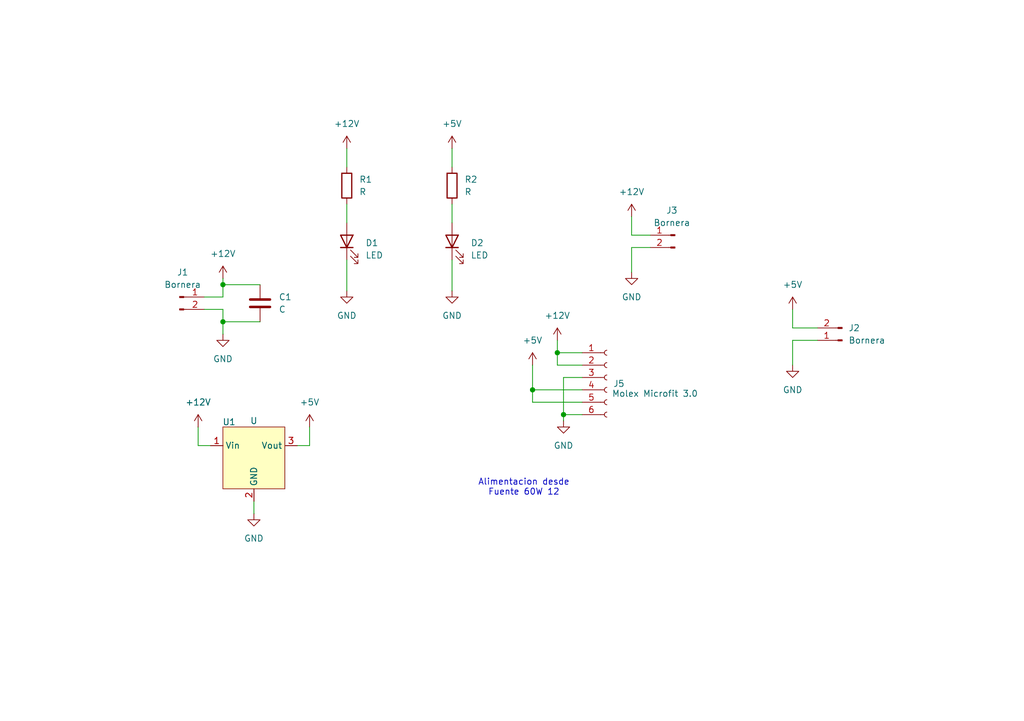
<source format=kicad_sch>
(kicad_sch (version 20250114) (generator "eeschema") (generator_version "9.0")
  (paper "A5")
  (lib_symbols
    (symbol "Connector:Conn_01x02_Pin" (pin_names (offset 1.016) (hide yes))
      (property "Reference" "J" (at 0 2.54 0))
      (property "Value" "Conn_01x02_Pin" (at 0 -5.08 0))
      (symbol "Conn_01x02_Pin_1_1"
        (rectangle (start 0.8636 0.127) (end 0 -0.127) (stroke (width 0.1524)) (fill (type outline)))
        (rectangle (start 0.8636 -2.413) (end 0 -2.667) (stroke (width 0.1524)) (fill (type outline)))
        (polyline (pts (xy 1.27 0) (xy 0.8636 0)) (stroke (width 0.1524)))
        (polyline (pts (xy 1.27 -2.54) (xy 0.8636 -2.54)) (stroke (width 0.1524)))
        (pin passive line (at 5.08 0 180) (length 3.81) (name "Pin_1") (number "1"))
        (pin passive line (at 5.08 -2.54 180) (length 3.81) (name "Pin_2") (number "2"))
      )
    )
    (symbol "Connector:Conn_01x06_Socket" (pin_names (offset 1.016) (hide yes))
      (property "Reference" "J" (at 0 7.62 0))
      (property "Value" "Conn_01x06_Socket" (at 0 -10.16 0))
      (symbol "Conn_01x06_Socket_1_1"
        (polyline (pts (xy -1.27 5.08) (xy -0.508 5.08)) (stroke (width 0.1524)))
        (polyline (pts (xy -1.27 2.54) (xy -0.508 2.54)) (stroke (width 0.1524)))
        (polyline (pts (xy -1.27 0) (xy -0.508 0)) (stroke (width 0.1524)))
        (polyline (pts (xy -1.27 -2.54) (xy -0.508 -2.54)) (stroke (width 0.1524)))
        (polyline (pts (xy -1.27 -5.08) (xy -0.508 -5.08)) (stroke (width 0.1524)))
        (polyline (pts (xy -1.27 -7.62) (xy -0.508 -7.62)) (stroke (width 0.1524)))
        (arc (start 0 4.572) (mid -0.5058 5.08) (end 0 5.588) (stroke (width 0.1524)))
        (arc (start 0 2.032) (mid -0.5058 2.54) (end 0 3.048) (stroke (width 0.1524)))
        (arc (start 0 -0.508) (mid -0.5058 0) (end 0 0.508) (stroke (width 0.1524)))
        (arc (start 0 -3.048) (mid -0.5058 -2.54) (end 0 -2.032) (stroke (width 0.1524)))
        (arc (start 0 -5.588) (mid -0.5058 -5.08) (end 0 -4.572) (stroke (width 0.1524)))
        (arc (start 0 -8.128) (mid -0.5058 -7.62) (end 0 -7.112) (stroke (width 0.1524)))
        (pin passive line (at -5.08 5.08 0) (length 3.81) (name "Pin_1") (number "1"))
        (pin passive line (at -5.08 2.54 0) (length 3.81) (name "Pin_2") (number "2"))
        (pin passive line (at -5.08 0 0) (length 3.81) (name "Pin_3") (number "3"))
        (pin passive line (at -5.08 -2.54 0) (length 3.81) (name "Pin_4") (number "4"))
        (pin passive line (at -5.08 -5.08 0) (length 3.81) (name "Pin_5") (number "5"))
        (pin passive line (at -5.08 -7.62 0) (length 3.81) (name "Pin_6") (number "6"))
      )
    )
    (symbol "Device:C" (pin_numbers (hide yes)) (pin_names (offset 0.254))
      (property "Reference" "C" (at 0.635 2.54 0))
      (property "Value" "C" (at 0.635 -2.54 0))
      (symbol "C_0_1"
        (polyline (pts (xy -2.032 0.762) (xy 2.032 0.762)) (stroke (width 0.508)))
        (polyline (pts (xy -2.032 -0.762) (xy 2.032 -0.762)) (stroke (width 0.508)))
      )
      (symbol "C_1_1"
        (pin passive line (at 0 3.81 270) (length 2.794) (name "~") (number "1"))
        (pin passive line (at 0 -3.81 90) (length 2.794) (name "~") (number "2"))
      )
    )
    (symbol "Device:LED" (pin_numbers (hide yes)) (pin_names (offset 1.016) (hide yes))
      (property "Reference" "D" (at 0 2.54 0))
      (property "Value" "LED" (at 0 -2.54 0))
      (symbol "LED_0_1"
        (polyline (pts (xy -3.048 -0.762) (xy -4.572 -2.286) (xy -3.81 -2.286) (xy -4.572 -2.286) (xy -4.572 -1.524)))
        (polyline (pts (xy -1.778 -0.762) (xy -3.302 -2.286) (xy -2.54 -2.286) (xy -3.302 -2.286) (xy -3.302 -1.524)))
        (polyline (pts (xy -1.27 0) (xy 1.27 0)))
        (polyline (pts (xy -1.27 -1.27) (xy -1.27 1.27)) (stroke (width 0.254)))
        (polyline (pts (xy 1.27 -1.27) (xy 1.27 1.27) (xy -1.27 0) (xy 1.27 -1.27)) (stroke (width 0.254)))
      )
      (symbol "LED_1_1"
        (pin passive line (at -3.81 0 0) (length 2.54) (name "K") (number "1"))
        (pin passive line (at 3.81 0 180) (length 2.54) (name "A") (number "2"))
      )
    )
    (symbol "Device:R" (pin_numbers (hide yes)) (pin_names (offset 0))
      (property "Reference" "R" (at 2.032 0 90))
      (property "Value" "R" (at 0 0 90))
      (symbol "R_0_1"
        (rectangle (start -1.016 -2.54) (end 1.016 2.54) (stroke (width 0.254)))
      )
      (symbol "R_1_1"
        (pin passive line (at 0 3.81 270) (length 1.27) (name "~") (number "1"))
        (pin passive line (at 0 -3.81 90) (length 1.27) (name "~") (number "2"))
      )
    )
    (symbol "power:+12V" (power) (pin_numbers (hide yes)) (pin_names (offset 0) (hide yes))
      (property "Value" "+12V" (at 0 3.556 0))
      (symbol "+12V_0_1"
        (polyline (pts (xy -0.762 1.27) (xy 0 2.54)))
        (polyline (pts (xy 0 2.54) (xy 0.762 1.27)))
        (polyline (pts (xy 0 0) (xy 0 2.54)))
      )
      (symbol "+12V_1_1"
        (pin power_in line (at 0 0 90) (length 0) (name "~") (number "1"))
      )
    )
    (symbol "power:+5V" (power) (pin_numbers (hide yes)) (pin_names (offset 0) (hide yes))
      (property "Value" "+5V" (at 0 3.556 0))
      (symbol "+5V_0_1"
        (polyline (pts (xy -0.762 1.27) (xy 0 2.54)))
        (polyline (pts (xy 0 2.54) (xy 0.762 1.27)))
        (polyline (pts (xy 0 0) (xy 0 2.54)))
      )
      (symbol "+5V_1_1"
        (pin power_in line (at 0 0 90) (length 0) (name "~") (number "1"))
      )
    )
    (symbol "power:GND" (power) (pin_numbers (hide yes)) (pin_names (offset 0) (hide yes))
      (property "Value" "GND" (at 0 -3.81 0))
      (symbol "GND_0_1"
        (polyline (pts (xy 0 0) (xy 0 -1.27) (xy 1.27 -1.27) (xy 0 -2.54) (xy -1.27 -1.27) (xy 0 -1.27)))
      )
      (symbol "GND_1_1"
        (pin power_in line (at 0 0 270) (length 0) (name "~") (number "1"))
      )
    )
    (symbol "rusmed:HW_648"
      (property "Reference" "U" (at -5.334 6.604 0))
      (symbol "HW_648_1_1"
        (rectangle (start -6.35 5.08) (end 6.35 -7.62) (fill (type color) (color 255 255 194 1)))
        (pin input line (at -8.89 1.27 0) (length 2.54) (name "Vin") (number "1"))
        (pin input line (at 0 -10.16 90) (length 2.54) (name "GND") (number "2"))
        (pin input line (at 8.89 1.27 180) (length 2.54) (name "Vout") (number "3"))
      )
    )
  )
  (text "Alimentacion desde\nFuente 60W 12" (at 107.442 100.076 0) (effects (font (size 1.27 1.27))))
  (junction (at 109.22 80.01))
  (junction (at 114.3 72.39))
  (junction (at 115.57 85.09))
  (junction (at 45.72 58.42))
  (junction (at 45.72 66.04))
  (wire (pts (xy 63.5 87.63) (xy 63.5 91.44)))
  (wire (pts (xy 45.72 66.04) (xy 53.34 66.04)))
  (wire (pts (xy 109.22 80.01) (xy 109.22 82.55)))
  (wire (pts (xy 109.22 80.01) (xy 119.38 80.01)))
  (wire (pts (xy 162.56 74.93) (xy 162.56 69.85)))
  (wire (pts (xy 41.91 60.96) (xy 45.72 60.96)))
  (wire (pts (xy 71.12 53.34) (xy 71.12 59.69)))
  (wire (pts (xy 162.56 67.31) (xy 167.64 67.31)))
  (wire (pts (xy 114.3 69.85) (xy 114.3 72.39)))
  (wire (pts (xy 115.57 86.36) (xy 115.57 85.09)))
  (wire (pts (xy 71.12 41.91) (xy 71.12 45.72)))
  (wire (pts (xy 129.54 48.26) (xy 129.54 44.45)))
  (wire (pts (xy 40.64 87.63) (xy 40.64 91.44)))
  (wire (pts (xy 109.22 82.55) (xy 119.38 82.55)))
  (wire (pts (xy 114.3 72.39) (xy 119.38 72.39)))
  (wire (pts (xy 63.5 91.44) (xy 60.96 91.44)))
  (wire (pts (xy 92.71 41.91) (xy 92.71 45.72)))
  (wire (pts (xy 133.35 50.8) (xy 129.54 50.8)))
  (wire (pts (xy 92.71 30.48) (xy 92.71 34.29)))
  (wire (pts (xy 45.72 58.42) (xy 53.34 58.42)))
  (wire (pts (xy 133.35 48.26) (xy 129.54 48.26)))
  (wire (pts (xy 45.72 58.42) (xy 45.72 57.15)))
  (wire (pts (xy 114.3 72.39) (xy 114.3 74.93)))
  (wire (pts (xy 119.38 77.47) (xy 115.57 77.47)))
  (wire (pts (xy 41.91 63.5) (xy 45.72 63.5)))
  (wire (pts (xy 115.57 85.09) (xy 119.38 85.09)))
  (wire (pts (xy 71.12 30.48) (xy 71.12 34.29)))
  (wire (pts (xy 45.72 60.96) (xy 45.72 58.42)))
  (wire (pts (xy 45.72 66.04) (xy 45.72 63.5)))
  (wire (pts (xy 40.64 91.44) (xy 43.18 91.44)))
  (wire (pts (xy 114.3 74.93) (xy 119.38 74.93)))
  (wire (pts (xy 129.54 55.88) (xy 129.54 50.8)))
  (wire (pts (xy 52.07 102.87) (xy 52.07 105.41)))
  (wire (pts (xy 162.56 67.31) (xy 162.56 63.5)))
  (wire (pts (xy 92.71 53.34) (xy 92.71 59.69)))
  (wire (pts (xy 162.56 69.85) (xy 167.64 69.85)))
  (wire (pts (xy 109.22 74.93) (xy 109.22 80.01)))
  (wire (pts (xy 45.72 68.58) (xy 45.72 66.04)))
  (wire (pts (xy 115.57 77.47) (xy 115.57 85.09)))
  (symbol (lib_id "power:GND") (at 71.12 59.69 0) (unit 1)
    (property "Reference" "#PWR05" (effects (hide yes)))
    (property "Value" "GND" (at 71.12 64.77 0))
    (property "Description" "Power symbol creates a global label with name \"GND\" , ground" (effects (hide yes)))
  )
  (symbol (lib_id "Device:LED") (at 71.12 49.53 90) (unit 1)
    (property "Reference" "D1" (at 74.93 49.8474 90) (effects (justify right)))
    (property "Value" "LED" (at 74.93 52.3874 90) (effects (justify right)))
    (property "Footprint" "LED_THT:LED_D5.0mm" (effects (hide yes)))
    (property "Description" "Light emitting diode" (effects (hide yes)))
    (property "Sim.Pins" "1=K 2=A" (effects (hide yes)))
  )
  (symbol (lib_id "Connector:Conn_01x02_Pin") (at 36.83 60.96 0) (unit 1)
    (property "Reference" "J1" (at 37.465 55.88 0))
    (property "Value" "Bornera" (at 37.465 58.42 0))
    (property "Footprint" "TerminalBlock_Phoenix:TerminalBlock_Phoenix_MKDS-1,5-2_1x02_P5.00mm_Horizontal" (effects (hide yes)))
    (property "Description" "Generic connector, single row, 01x02, script generated" (effects (hide yes)))
  )
  (symbol (lib_id "Device:R") (at 71.12 38.1 0) (unit 1)
    (property "Reference" "R1" (at 73.66 36.8299 0) (effects (justify left)))
    (property "Value" "R" (at 73.66 39.3699 0) (effects (justify left)))
    (property "Footprint" "Resistor_THT:R_Axial_DIN0207_L6.3mm_D2.5mm_P10.16mm_Horizontal" (effects (hide yes)))
    (property "Description" "Resistor" (effects (hide yes)))
  )
  (symbol (lib_id "power:GND") (at 92.71 59.69 0) (unit 1)
    (property "Reference" "#PWR010" (effects (hide yes)))
    (property "Value" "GND" (at 92.71 64.77 0))
    (property "Description" "Power symbol creates a global label with name \"GND\" , ground" (effects (hide yes)))
  )
  (symbol (lib_id "power:+12V") (at 71.12 30.48 0) (unit 1)
    (property "Reference" "#PWR06" (effects (hide yes)))
    (property "Value" "+12V" (at 71.12 25.4 0))
    (property "Description" "Power symbol creates a global label with name \"+12V\"" (effects (hide yes)))
  )
  (symbol (lib_id "Device:LED") (at 92.71 49.53 90) (unit 1)
    (property "Reference" "D2" (at 96.52 49.8474 90) (effects (justify right)))
    (property "Value" "LED" (at 96.52 52.3874 90) (effects (justify right)))
    (property "Footprint" "LED_THT:LED_D5.0mm" (effects (hide yes)))
    (property "Description" "Light emitting diode" (effects (hide yes)))
    (property "Sim.Pins" "1=K 2=A" (effects (hide yes)))
  )
  (symbol (lib_id "power:+12V") (at 114.3 69.85 0) (unit 1)
    (property "Reference" "#PWR014" (effects (hide yes)))
    (property "Value" "+12V" (at 114.3 64.77 0))
    (property "Description" "Power symbol creates a global label with name \"+12V\"" (effects (hide yes)))
  )
  (symbol (lib_id "rusmed:HW_648") (at 52.07 92.71 0) (unit 1)
    (property "Reference" "U1" (at 46.99 86.614 0))
    (property "Value" "U" (at 52.07 86.36 0))
    (property "Footprint" "rusmed:hw_0468" (effects (hide yes)))
  )
  (symbol (lib_id "power:+12V") (at 40.64 87.63 0) (unit 1)
    (property "Reference" "#PWR013" (effects (hide yes)))
    (property "Value" "+12V" (at 40.64 82.55 0))
    (property "Description" "Power symbol creates a global label with name \"+12V\"" (effects (hide yes)))
  )
  (symbol (lib_id "Connector:Conn_01x02_Pin") (at 138.43 48.26 0) (mirror y) (unit 1)
    (property "Reference" "J3" (at 137.795 43.18 0))
    (property "Value" "Bornera" (at 137.795 45.72 0))
    (property "Footprint" "TerminalBlock_Phoenix:TerminalBlock_Phoenix_MKDS-1,5-2_1x02_P5.00mm_Horizontal" (effects (hide yes)))
    (property "Description" "Generic connector, single row, 01x02, script generated" (effects (hide yes)))
  )
  (symbol (lib_id "power:GND") (at 52.07 105.41 0) (unit 1)
    (property "Reference" "#PWR011" (effects (hide yes)))
    (property "Value" "GND" (at 52.07 110.49 0))
    (property "Description" "Power symbol creates a global label with name \"GND\" , ground" (effects (hide yes)))
  )
  (symbol (lib_id "power:+5V") (at 63.5 87.63 0) (unit 1)
    (property "Reference" "#PWR012" (effects (hide yes)))
    (property "Value" "+5V" (at 63.5 82.55 0))
    (property "Description" "Power symbol creates a global label with name \"+5V\"" (effects (hide yes)))
  )
  (symbol (lib_id "power:GND") (at 129.54 55.88 0) (mirror y) (unit 1)
    (property "Reference" "#PWR08" (effects (hide yes)))
    (property "Value" "GND" (at 129.54 60.96 0))
    (property "Description" "Power symbol creates a global label with name \"GND\" , ground" (effects (hide yes)))
  )
  (symbol (lib_id "Connector:Conn_01x06_Socket") (at 124.46 77.47 0) (unit 1)
    (property "Reference" "J5" (at 125.73 78.7399 0) (effects (justify left)))
    (property "Value" "Molex Microfit 3.0" (at 125.476 80.772 0) (effects (justify left)))
    (property "Footprint" "Connector_Molex:Molex_Micro-Fit_3.0_43045-0612_2x03_P3.00mm_Vertical" (effects (hide yes)))
    (property "Description" "Generic connector, single row, 01x06, script generated" (effects (hide yes)))
  )
  (symbol (lib_id "Device:R") (at 92.71 38.1 0) (unit 1)
    (property "Reference" "R2" (at 95.25 36.8299 0) (effects (justify left)))
    (property "Value" "R" (at 95.25 39.3699 0) (effects (justify left)))
    (property "Footprint" "Resistor_THT:R_Axial_DIN0207_L6.3mm_D2.5mm_P10.16mm_Horizontal" (effects (hide yes)))
    (property "Description" "Resistor" (effects (hide yes)))
  )
  (symbol (lib_id "power:+12V") (at 129.54 44.45 0) (mirror y) (unit 1)
    (property "Reference" "#PWR07" (effects (hide yes)))
    (property "Value" "+12V" (at 129.54 39.37 0))
    (property "Description" "Power symbol creates a global label with name \"+12V\"" (effects (hide yes)))
  )
  (symbol (lib_id "power:+12V") (at 45.72 57.15 0) (unit 1)
    (property "Reference" "#PWR01" (effects (hide yes)))
    (property "Value" "+12V" (at 45.72 52.07 0))
    (property "Description" "Power symbol creates a global label with name \"+12V\"" (effects (hide yes)))
  )
  (symbol (lib_id "power:+12V") (at 92.71 30.48 0) (unit 1)
    (property "Reference" "#PWR09" (effects (hide yes)))
    (property "Value" "+5V" (at 92.71 25.4 0))
    (property "Description" "Power symbol creates a global label with name \"+12V\"" (effects (hide yes)))
  )
  (symbol (lib_id "Connector:Conn_01x02_Pin") (at 172.72 69.85 180) (unit 1)
    (property "Reference" "J2" (at 173.99 67.3099 0) (effects (justify right)))
    (property "Value" "Bornera" (at 173.99 69.8499 0) (effects (justify right)))
    (property "Footprint" "TerminalBlock_Phoenix:TerminalBlock_Phoenix_MKDS-1,5-2_1x02_P5.00mm_Horizontal" (effects (hide yes)))
    (property "Description" "Generic connector, single row, 01x02, script generated" (effects (hide yes)))
  )
  (symbol (lib_id "power:+12V") (at 162.56 63.5 0) (unit 1)
    (property "Reference" "#PWR03" (effects (hide yes)))
    (property "Value" "+5V" (at 162.56 58.42 0))
    (property "Description" "Power symbol creates a global label with name \"+12V\"" (effects (hide yes)))
  )
  (symbol (lib_id "power:GND") (at 115.57 86.36 0) (unit 1)
    (property "Reference" "#PWR016" (effects (hide yes)))
    (property "Value" "GND" (at 115.57 91.44 0))
    (property "Description" "Power symbol creates a global label with name \"GND\" , ground" (effects (hide yes)))
  )
  (symbol (lib_id "power:+12V") (at 109.22 74.93 0) (unit 1)
    (property "Reference" "#PWR015" (effects (hide yes)))
    (property "Value" "+5V" (at 109.22 69.85 0))
    (property "Description" "Power symbol creates a global label with name \"+12V\"" (effects (hide yes)))
  )
  (symbol (lib_id "power:GND") (at 45.72 68.58 0) (unit 1)
    (property "Reference" "#PWR02" (effects (hide yes)))
    (property "Value" "GND" (at 45.72 73.66 0))
    (property "Description" "Power symbol creates a global label with name \"GND\" , ground" (effects (hide yes)))
  )
  (symbol (lib_id "Device:C") (at 53.34 62.23 0) (unit 1)
    (property "Reference" "C1" (at 57.15 60.9599 0) (effects (justify left)))
    (property "Value" "C" (at 57.15 63.4999 0) (effects (justify left)))
    (property "Footprint" "Capacitor_THT:C_Radial_D10.0mm_H16.0mm_P5.00mm" (effects (hide yes)))
    (property "Description" "Unpolarized capacitor" (effects (hide yes)))
  )
  (symbol (lib_id "power:GND") (at 162.56 74.93 0) (unit 1)
    (property "Reference" "#PWR04" (effects (hide yes)))
    (property "Value" "GND" (at 162.56 80.01 0))
    (property "Description" "Power symbol creates a global label with name \"GND\" , ground" (effects (hide yes)))
  )
)
</source>
